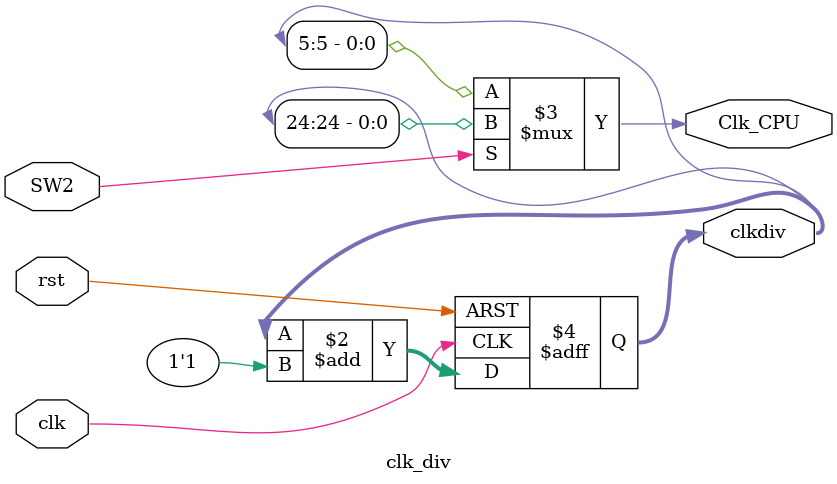
<source format=v>
`timescale 1ns / 1ps
module clk_div(input clk,
					input rst,
					input SW2,
					output reg[31:0]clkdiv,
					output Clk_CPU
					);
					
// Clock divider-ʱ�ӷ�Ƶ��


	always @ (posedge clk or posedge rst) begin 
		if (rst) clkdiv <= 0; else clkdiv <= clkdiv + 1'b1; end
		
	assign Clk_CPU=(SW2)? clkdiv[24] : clkdiv[5];
		
endmodule

</source>
